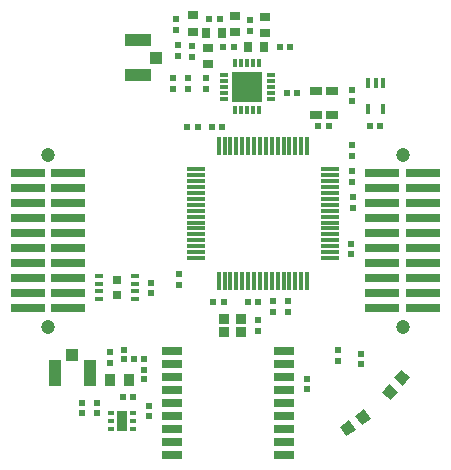
<source format=gts>
G04 #@! TF.FileFunction,Soldermask,Top*
%FSLAX46Y46*%
G04 Gerber Fmt 4.6, Leading zero omitted, Abs format (unit mm)*
G04 Created by KiCad (PCBNEW 4.1.0-alpha+201605071002+6776~44~ubuntu14.04.1-product) date Sun 26 Jun 2016 13:36:43 BST*
%MOMM*%
%LPD*%
G01*
G04 APERTURE LIST*
%ADD10C,0.100000*%
%ADD11R,0.620000X0.620000*%
%ADD12R,1.000000X1.050000*%
%ADD13R,1.050000X2.200000*%
%ADD14R,0.300000X1.500000*%
%ADD15R,1.500000X0.300000*%
%ADD16R,1.800000X0.700000*%
%ADD17R,1.800000X0.800000*%
%ADD18R,2.920000X0.740000*%
%ADD19R,0.650000X0.350000*%
%ADD20R,0.802000X0.802000*%
%ADD21R,0.300000X0.750000*%
%ADD22R,0.750000X0.300000*%
%ADD23R,2.602000X2.602000*%
%ADD24C,1.200000*%
%ADD25R,0.950000X0.850000*%
%ADD26R,0.900000X0.750000*%
%ADD27R,0.750000X0.900000*%
%ADD28R,0.470000X0.400000*%
%ADD29R,0.952000X1.702000*%
%ADD30R,0.520000X0.520000*%
%ADD31R,0.950000X1.000000*%
%ADD32R,1.050000X1.000000*%
%ADD33R,2.200000X1.050000*%
%ADD34R,0.400000X0.950000*%
%ADD35R,1.000000X0.800000*%
G04 APERTURE END LIST*
D10*
D11*
X92200000Y-113250000D03*
X91300000Y-113250000D03*
D12*
X87050000Y-109625000D03*
D13*
X88525000Y-111150000D03*
X85575000Y-111150000D03*
D14*
X99425000Y-103400000D03*
X99925000Y-103400000D03*
X100425000Y-103400000D03*
X100925000Y-103400000D03*
X101425000Y-103400000D03*
X101925000Y-103400000D03*
X102425000Y-103400000D03*
X102925000Y-103400000D03*
X103425000Y-103400000D03*
X103925000Y-103400000D03*
X104425000Y-103400000D03*
X104925000Y-103400000D03*
X105425000Y-103400000D03*
X105925000Y-103400000D03*
X106425000Y-103400000D03*
X106925000Y-103400000D03*
D15*
X108875000Y-101450000D03*
X108875000Y-100950000D03*
X108875000Y-100450000D03*
X108875000Y-99950000D03*
X108875000Y-99450000D03*
X108875000Y-98950000D03*
X108875000Y-98450000D03*
X108875000Y-97950000D03*
X108875000Y-97450000D03*
X108875000Y-96950000D03*
X108875000Y-96450000D03*
X108875000Y-95950000D03*
X108875000Y-95450000D03*
X108875000Y-94950000D03*
X108875000Y-94450000D03*
X108875000Y-93950000D03*
D14*
X106925000Y-92000000D03*
X106425000Y-92000000D03*
X105925000Y-92000000D03*
X105425000Y-92000000D03*
X104925000Y-92000000D03*
X104425000Y-92000000D03*
X103925000Y-92000000D03*
X103425000Y-92000000D03*
X102925000Y-92000000D03*
X102425000Y-92000000D03*
X101925000Y-92000000D03*
X101425000Y-92000000D03*
X100925000Y-92000000D03*
X100425000Y-92000000D03*
X99925000Y-92000000D03*
X99425000Y-92000000D03*
D15*
X97475000Y-93950000D03*
X97475000Y-94450000D03*
X97475000Y-94950000D03*
X97475000Y-95450000D03*
X97475000Y-95950000D03*
X97475000Y-96450000D03*
X97475000Y-96950000D03*
X97475000Y-97450000D03*
X97475000Y-97950000D03*
X97475000Y-98450000D03*
X97475000Y-98950000D03*
X97475000Y-99450000D03*
X97475000Y-99950000D03*
X97475000Y-100450000D03*
X97475000Y-100950000D03*
X97475000Y-101450000D03*
D16*
X95500000Y-109300000D03*
D17*
X95500000Y-110400000D03*
X95500000Y-111500000D03*
X95500000Y-112600000D03*
X95500000Y-113700000D03*
X95500000Y-114800000D03*
X95500000Y-115900000D03*
X95500000Y-117000000D03*
D16*
X95500000Y-118100000D03*
X105000000Y-109300000D03*
X105000000Y-118100000D03*
D17*
X105000000Y-110400000D03*
X105000000Y-111500000D03*
X105000000Y-112600000D03*
X105000000Y-113700000D03*
X105000000Y-114800000D03*
X105000000Y-115900000D03*
X105000000Y-117000000D03*
D11*
X110800000Y-96300000D03*
X110800000Y-97200000D03*
X106870000Y-111660000D03*
X106870000Y-112560000D03*
X98950000Y-105200000D03*
X99850000Y-105200000D03*
D18*
X83285000Y-94285000D03*
X86715000Y-94285000D03*
X83285000Y-95555000D03*
X86715000Y-95555000D03*
X83285000Y-96825000D03*
X86715000Y-96825000D03*
X83285000Y-98095000D03*
X86715000Y-98095000D03*
X83285000Y-99365000D03*
X86715000Y-99365000D03*
X83285000Y-100635000D03*
X86715000Y-100635000D03*
X83285000Y-101905000D03*
X86715000Y-101905000D03*
X83285000Y-103175000D03*
X86715000Y-103175000D03*
X83285000Y-104445000D03*
X86715000Y-104445000D03*
X83285000Y-105715000D03*
X86715000Y-105715000D03*
D11*
X102800000Y-106700000D03*
X102800000Y-107600000D03*
X110750000Y-91900000D03*
X110750000Y-92800000D03*
X110750000Y-95000000D03*
X110750000Y-94100000D03*
X96080000Y-103740000D03*
X96080000Y-102840000D03*
X104050000Y-106000000D03*
X104050000Y-105100000D03*
X110600000Y-101150000D03*
X110600000Y-100250000D03*
X105300000Y-106000000D03*
X105300000Y-105100000D03*
X96756000Y-90348000D03*
X97656000Y-90348000D03*
X99750000Y-90348000D03*
X98850000Y-90348000D03*
X93725000Y-103550000D03*
X93725000Y-104450000D03*
D10*
G36*
X114886532Y-110901899D02*
X115652576Y-111544687D01*
X115041928Y-112272429D01*
X114275884Y-111629641D01*
X114886532Y-110901899D01*
X114886532Y-110901899D01*
G37*
G36*
X113858072Y-112127571D02*
X114624116Y-112770359D01*
X114013468Y-113498101D01*
X113247424Y-112855313D01*
X113858072Y-112127571D01*
X113858072Y-112127571D01*
G37*
G36*
X110242369Y-116540886D02*
X109668793Y-115721734D01*
X110446987Y-115176836D01*
X111020563Y-115995988D01*
X110242369Y-116540886D01*
X110242369Y-116540886D01*
G37*
G36*
X111553013Y-115623164D02*
X110979437Y-114804012D01*
X111757631Y-114259114D01*
X112331207Y-115078266D01*
X111553013Y-115623164D01*
X111553013Y-115623164D01*
G37*
D19*
X92375000Y-104925000D03*
X92375000Y-104275000D03*
X92375000Y-103625000D03*
X92375000Y-102975000D03*
X89275000Y-102975000D03*
X89275000Y-103625000D03*
X89275000Y-104275000D03*
X89275000Y-104925000D03*
D20*
X90825000Y-104550000D03*
X90825000Y-103350000D03*
D21*
X102850000Y-84950000D03*
X102350000Y-84950000D03*
X101850000Y-84950000D03*
X101350000Y-84950000D03*
X100850000Y-84950000D03*
D22*
X99850000Y-85950000D03*
X99850000Y-86450000D03*
X99850000Y-86950000D03*
X99850000Y-87450000D03*
X99850000Y-87950000D03*
D21*
X100850000Y-88950000D03*
X101350000Y-88950000D03*
X101850000Y-88950000D03*
X102350000Y-88950000D03*
X102850000Y-88950000D03*
D22*
X103850000Y-87950000D03*
X103850000Y-87450000D03*
X103850000Y-86950000D03*
X103850000Y-86450000D03*
X103850000Y-85950000D03*
D23*
X101850000Y-86950000D03*
D24*
X85000000Y-107305000D03*
X85000000Y-92695000D03*
D18*
X113285000Y-94285000D03*
X116715000Y-94285000D03*
X113285000Y-95555000D03*
X116715000Y-95555000D03*
X113285000Y-96825000D03*
X116715000Y-96825000D03*
X113285000Y-98095000D03*
X116715000Y-98095000D03*
X113285000Y-99365000D03*
X116715000Y-99365000D03*
X113285000Y-100635000D03*
X116715000Y-100635000D03*
X113285000Y-101905000D03*
X116715000Y-101905000D03*
X113285000Y-103175000D03*
X116715000Y-103175000D03*
X113285000Y-104445000D03*
X116715000Y-104445000D03*
X113285000Y-105715000D03*
X116715000Y-105715000D03*
D24*
X115000000Y-107305000D03*
X115000000Y-92695000D03*
D11*
X102800000Y-105150000D03*
X101900000Y-105150000D03*
X111500000Y-109550000D03*
X111500000Y-110450000D03*
X109500000Y-109250000D03*
X109500000Y-110150000D03*
D25*
X99875000Y-107725000D03*
X101325000Y-107725000D03*
X101325000Y-106575000D03*
X99875000Y-106575000D03*
D11*
X96850000Y-87150000D03*
X96850000Y-86250000D03*
X98350000Y-87150000D03*
X98350000Y-86250000D03*
X104600000Y-83550000D03*
X105500000Y-83550000D03*
X99800000Y-83550000D03*
X100700000Y-83550000D03*
X102100000Y-82200000D03*
X102100000Y-81300000D03*
X99500000Y-81200000D03*
X98600000Y-81200000D03*
X97200000Y-83500000D03*
X97200000Y-84400000D03*
X95950000Y-83450000D03*
X95950000Y-84350000D03*
D26*
X98550000Y-85050000D03*
X98550000Y-83650000D03*
D27*
X101900000Y-83550000D03*
X103300000Y-83550000D03*
D26*
X103350000Y-82412000D03*
X103350000Y-81012000D03*
X100850000Y-82350000D03*
X100850000Y-80950000D03*
D27*
X99750000Y-82375000D03*
X98350000Y-82375000D03*
D26*
X97250000Y-82300000D03*
X97250000Y-80900000D03*
D11*
X93500000Y-113950000D03*
X93500000Y-114850000D03*
X89150000Y-113700000D03*
X89150000Y-114600000D03*
X107850000Y-90300000D03*
X108750000Y-90300000D03*
X105200000Y-87500000D03*
X106100000Y-87500000D03*
X95600000Y-87150000D03*
X95600000Y-86250000D03*
X90250000Y-109400000D03*
X90250000Y-110300000D03*
X95800000Y-82150000D03*
X95800000Y-81250000D03*
D28*
X90335000Y-114600000D03*
X90335000Y-115250000D03*
X90335000Y-115900000D03*
X92165000Y-115900000D03*
X92165000Y-115250000D03*
X92165000Y-114600000D03*
D29*
X91250000Y-115250000D03*
D30*
X91400000Y-110000000D03*
X91400000Y-109200000D03*
X93100000Y-110000000D03*
X92300000Y-110000000D03*
X93100000Y-111700000D03*
X93100000Y-110900000D03*
D31*
X90200000Y-111800000D03*
X91800000Y-111800000D03*
D11*
X87900000Y-113700000D03*
X87900000Y-114600000D03*
D32*
X94100000Y-84500000D03*
D33*
X92575000Y-85975000D03*
X92575000Y-83025000D03*
D11*
X112200000Y-90300000D03*
X113100000Y-90300000D03*
X110700000Y-87250000D03*
X110700000Y-88150000D03*
D34*
X113374999Y-86600000D03*
X112724999Y-86600000D03*
X112074999Y-86600000D03*
X112074999Y-88800000D03*
X113374999Y-88800000D03*
D35*
X109035000Y-89375000D03*
X107635000Y-89375000D03*
X109035000Y-87275000D03*
X107635000Y-87275000D03*
M02*

</source>
